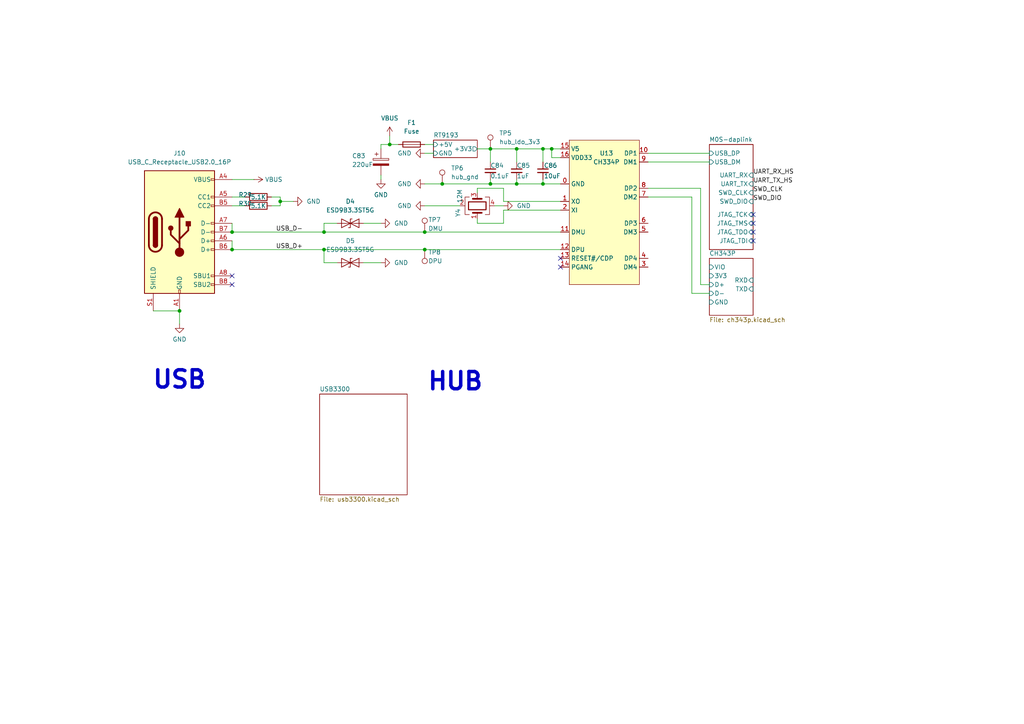
<source format=kicad_sch>
(kicad_sch (version 20231120) (generator "eeschema") (generator_version "8.0")
  (paper "A4")
  (lib_symbols
    (symbol "Connector:TestPoint" (pin_numbers hide) (pin_names (offset 0.762) hide)
      (property "Reference" "TP" (at 0 6.858 0))
      (property "Value" "TestPoint" (at 0 5.08 0))
      (symbol "TestPoint_0_1"
        (circle (center 0 3.302) (radius 0.762))
      )
      (symbol "TestPoint_1_1"
        (pin passive line (at 0 0 90) (length 2.54) (name "1") (number "1"))
      )
    )
    (symbol "Connector:USB_C_Receptacle_USB2.0_16P" (pin_names (offset 1.016))
      (property "Reference" "J" (at 0 22.225 0))
      (property "Value" "USB_C_Receptacle_USB2.0_16P" (at 0 19.685 0))
      (symbol "USB_C_Receptacle_USB2.0_16P_0_0"
        (rectangle (start -0.254 -17.78) (end 0.254 -16.764))
        (rectangle (start 10.16 -14.986) (end 9.144 -15.494))
        (rectangle (start 10.16 -12.446) (end 9.144 -12.954))
        (rectangle (start 10.16 -4.826) (end 9.144 -5.334))
        (rectangle (start 10.16 -2.286) (end 9.144 -2.794))
        (rectangle (start 10.16 0.254) (end 9.144 -0.254))
        (rectangle (start 10.16 2.794) (end 9.144 2.286))
        (rectangle (start 10.16 7.874) (end 9.144 7.366))
        (rectangle (start 10.16 10.414) (end 9.144 9.906))
        (rectangle (start 10.16 15.494) (end 9.144 14.986))
      )
      (symbol "USB_C_Receptacle_USB2.0_16P_0_1"
        (rectangle (start -10.16 17.78) (end 10.16 -17.78) (stroke (width 0.254)) (fill (type background)))
        (arc (start -8.89 -3.81) (mid -6.985 -5.7067) (end -5.08 -3.81) (stroke (width 0.508)))
        (arc (start -7.62 -3.81) (mid -6.985 -4.4423) (end -6.35 -3.81) (stroke (width 0.254)))
        (arc (start -7.62 -3.81) (mid -6.985 -4.4423) (end -6.35 -3.81) (stroke (width 0.254)) (fill (type outline)))
        (rectangle (start -7.62 -3.81) (end -6.35 3.81) (stroke (width 0.254)) (fill (type outline)))
        (arc (start -6.35 3.81) (mid -6.985 4.4423) (end -7.62 3.81) (stroke (width 0.254)))
        (arc (start -6.35 3.81) (mid -6.985 4.4423) (end -7.62 3.81) (stroke (width 0.254)) (fill (type outline)))
        (arc (start -5.08 3.81) (mid -6.985 5.7067) (end -8.89 3.81) (stroke (width 0.508)))
        (circle (center -2.54 1.143) (radius 0.635) (stroke (width 0.254)) (fill (type outline)))
        (circle (center 0 -5.842) (radius 1.27) (fill (type outline)))
        (polyline (pts (xy -8.89 -3.81) (xy -8.89 3.81)) (stroke (width 0.508)))
        (polyline (pts (xy -5.08 3.81) (xy -5.08 -3.81)) (stroke (width 0.508)))
        (polyline (pts (xy 0 -5.842) (xy 0 4.318)) (stroke (width 0.508)))
        (polyline (pts (xy 0 -3.302) (xy -2.54 -0.762) (xy -2.54 0.508)) (stroke (width 0.508)))
        (polyline (pts (xy 0 -2.032) (xy 2.54 0.508) (xy 2.54 1.778)) (stroke (width 0.508)))
        (polyline (pts (xy -1.27 4.318) (xy 0 6.858) (xy 1.27 4.318) (xy -1.27 4.318)) (stroke (width 0.254)) (fill (type outline)))
        (rectangle (start 1.905 1.778) (end 3.175 3.048) (stroke (width 0.254)) (fill (type outline)))
      )
      (symbol "USB_C_Receptacle_USB2.0_16P_1_1"
        (pin passive line (at 0 -22.86 90) (length 5.08) (name "GND") (number "A1"))
        (pin passive line (at 0 -22.86 90) (length 5.08) hide (name "GND") (number "A12"))
        (pin passive line (at 15.24 15.24 180) (length 5.08) (name "VBUS") (number "A4"))
        (pin bidirectional line (at 15.24 10.16 180) (length 5.08) (name "CC1") (number "A5"))
        (pin bidirectional line (at 15.24 -2.54 180) (length 5.08) (name "D+") (number "A6"))
        (pin bidirectional line (at 15.24 2.54 180) (length 5.08) (name "D-") (number "A7"))
        (pin bidirectional line (at 15.24 -12.7 180) (length 5.08) (name "SBU1") (number "A8"))
        (pin passive line (at 15.24 15.24 180) (length 5.08) hide (name "VBUS") (number "A9"))
        (pin passive line (at 0 -22.86 90) (length 5.08) hide (name "GND") (number "B1"))
        (pin passive line (at 0 -22.86 90) (length 5.08) hide (name "GND") (number "B12"))
        (pin passive line (at 15.24 15.24 180) (length 5.08) hide (name "VBUS") (number "B4"))
        (pin bidirectional line (at 15.24 7.62 180) (length 5.08) (name "CC2") (number "B5"))
        (pin bidirectional line (at 15.24 -5.08 180) (length 5.08) (name "D+") (number "B6"))
        (pin bidirectional line (at 15.24 0 180) (length 5.08) (name "D-") (number "B7"))
        (pin bidirectional line (at 15.24 -15.24 180) (length 5.08) (name "SBU2") (number "B8"))
        (pin passive line (at 15.24 15.24 180) (length 5.08) hide (name "VBUS") (number "B9"))
        (pin passive line (at -7.62 -22.86 90) (length 5.08) (name "SHIELD") (number "S1"))
      )
    )
    (symbol "Device:C_Polarized" (pin_numbers hide) (pin_names (offset 0.254))
      (property "Reference" "C" (at 0.635 2.54 0))
      (property "Value" "C_Polarized" (at 0.635 -2.54 0))
      (symbol "C_Polarized_0_1"
        (rectangle (start -2.286 0.508) (end 2.286 1.016))
        (polyline (pts (xy -1.778 2.286) (xy -0.762 2.286)))
        (polyline (pts (xy -1.27 2.794) (xy -1.27 1.778)))
        (rectangle (start 2.286 -0.508) (end -2.286 -1.016) (fill (type outline)))
      )
      (symbol "C_Polarized_1_1"
        (pin passive line (at 0 3.81 270) (length 2.794) (name "~") (number "1"))
        (pin passive line (at 0 -3.81 90) (length 2.794) (name "~") (number "2"))
      )
    )
    (symbol "Device:C_Small" (pin_numbers hide) (pin_names (offset 0.254) hide)
      (property "Reference" "C" (at 0.254 1.778 0))
      (property "Value" "C_Small" (at 0.254 -2.032 0))
      (symbol "C_Small_0_1"
        (polyline (pts (xy -1.524 -0.508) (xy 1.524 -0.508)) (stroke (width 0.3302)))
        (polyline (pts (xy -1.524 0.508) (xy 1.524 0.508)) (stroke (width 0.3048)))
      )
      (symbol "C_Small_1_1"
        (pin passive line (at 0 2.54 270) (length 2.032) (name "~") (number "1"))
        (pin passive line (at 0 -2.54 90) (length 2.032) (name "~") (number "2"))
      )
    )
    (symbol "Device:Crystal_GND24" (pin_names (offset 1.016) hide)
      (property "Reference" "Y" (at 3.175 5.08 0))
      (property "Value" "Crystal_GND24" (at 3.175 3.175 0))
      (symbol "Crystal_GND24_0_1"
        (rectangle (start -1.143 2.54) (end 1.143 -2.54) (stroke (width 0.3048)))
        (polyline (pts (xy -2.54 0) (xy -2.032 0)))
        (polyline (pts (xy -2.032 -1.27) (xy -2.032 1.27)) (stroke (width 0.508)))
        (polyline (pts (xy 0 -3.81) (xy 0 -3.556)))
        (polyline (pts (xy 0 3.556) (xy 0 3.81)))
        (polyline (pts (xy 2.032 -1.27) (xy 2.032 1.27)) (stroke (width 0.508)))
        (polyline (pts (xy 2.032 0) (xy 2.54 0)))
        (polyline (pts (xy -2.54 -2.286) (xy -2.54 -3.556) (xy 2.54 -3.556) (xy 2.54 -2.286)))
        (polyline (pts (xy -2.54 2.286) (xy -2.54 3.556) (xy 2.54 3.556) (xy 2.54 2.286)))
      )
      (symbol "Crystal_GND24_1_1"
        (pin passive line (at -3.81 0 0) (length 1.27) (name "1") (number "1"))
        (pin passive line (at 0 5.08 270) (length 1.27) (name "2") (number "2"))
        (pin passive line (at 3.81 0 180) (length 1.27) (name "3") (number "3"))
        (pin passive line (at 0 -5.08 90) (length 1.27) (name "4") (number "4"))
      )
    )
    (symbol "Device:Fuse" (pin_numbers hide) (pin_names (offset 0))
      (property "Reference" "F" (at 2.032 0 90))
      (property "Value" "Fuse" (at -1.905 0 90))
      (symbol "Fuse_0_1"
        (rectangle (start -0.762 -2.54) (end 0.762 2.54) (stroke (width 0.254)))
        (polyline (pts (xy 0 2.54) (xy 0 -2.54)))
      )
      (symbol "Fuse_1_1"
        (pin passive line (at 0 3.81 270) (length 1.27) (name "~") (number "1"))
        (pin passive line (at 0 -3.81 90) (length 1.27) (name "~") (number "2"))
      )
    )
    (symbol "Device:R" (pin_numbers hide) (pin_names (offset 0))
      (property "Reference" "R" (at 2.032 0 90))
      (property "Value" "R" (at 0 0 90))
      (symbol "R_0_1"
        (rectangle (start -1.016 -2.54) (end 1.016 2.54) (stroke (width 0.254)))
      )
      (symbol "R_1_1"
        (pin passive line (at 0 3.81 270) (length 1.27) (name "~") (number "1"))
        (pin passive line (at 0 -3.81 90) (length 1.27) (name "~") (number "2"))
      )
    )
    (symbol "Diode:ESD9B3.3ST5G" (pin_numbers hide) (pin_names (offset 1.016) hide)
      (property "Reference" "D" (at 0 2.54 0))
      (property "Value" "ESD9B3.3ST5G" (at 0 -2.54 0))
      (symbol "ESD9B3.3ST5G_0_1"
        (polyline (pts (xy 1.27 0) (xy -1.27 0)))
        (polyline (pts (xy -2.54 -1.27) (xy 0 0) (xy -2.54 1.27) (xy -2.54 -1.27)) (stroke (width 0.2032)))
        (polyline (pts (xy 0.508 1.27) (xy 0 1.27) (xy 0 -1.27) (xy -0.508 -1.27)) (stroke (width 0.2032)))
        (polyline (pts (xy 2.54 1.27) (xy 2.54 -1.27) (xy 0 0) (xy 2.54 1.27)) (stroke (width 0.2032)))
      )
      (symbol "ESD9B3.3ST5G_1_1"
        (pin passive line (at -3.81 0 0) (length 2.54) (name "A1") (number "1"))
        (pin passive line (at 3.81 0 180) (length 2.54) (name "A2") (number "2"))
      )
    )
    (symbol "PCM_4ms_Power-symbol:GND" (power) (pin_names (offset 0))
      (property "Value" "GND" (at 0 -3.81 0))
      (symbol "GND_0_1"
        (polyline (pts (xy 0 0) (xy 0 -1.27) (xy 1.27 -1.27) (xy 0 -2.54) (xy -1.27 -1.27) (xy 0 -1.27)))
      )
      (symbol "GND_1_1"
        (pin power_in line (at 0 0 270) (length 0) hide (name "GND") (number "1"))
      )
    )
    (symbol "my_chips:CH334P"
      (property "Reference" "U" (at -1.27 16.51 0))
      (property "Value" "CH334P" (at -0.762 12.954 0))
      (symbol "CH334P_0_1"
        (rectangle (start -10.16 20.32) (end 10.16 -21.59) (fill (type background)))
      )
      (symbol "CH334P_1_1"
        (pin input line (at -12.7 7.62 0) (length 2.54) (name "GND") (number "0"))
        (pin input line (at -12.7 2.54 0) (length 2.54) (name "XO") (number "1"))
        (pin input line (at 12.7 16.51 180) (length 2.54) (name "DP1") (number "10"))
        (pin input line (at -12.7 -6.35 0) (length 2.54) (name "DMU") (number "11"))
        (pin input line (at -12.7 -11.43 0) (length 2.54) (name "DPU") (number "12"))
        (pin input line (at -12.7 -13.97 0) (length 2.54) (name "RESET#/CDP") (number "13"))
        (pin input line (at -12.7 -16.51 0) (length 2.54) (name "PGANG") (number "14"))
        (pin input line (at -12.7 17.78 0) (length 2.54) (name "V5") (number "15"))
        (pin input line (at -12.7 15.24 0) (length 2.54) (name "VDD33") (number "16"))
        (pin input line (at -12.7 0 0) (length 2.54) (name "XI") (number "2"))
        (pin input line (at 12.7 -16.51 180) (length 2.54) (name "DM4") (number "3"))
        (pin input line (at 12.7 -13.97 180) (length 2.54) (name "DP4") (number "4"))
        (pin input line (at 12.7 -6.35 180) (length 2.54) (name "DM3") (number "5"))
        (pin input line (at 12.7 -3.81 180) (length 2.54) (name "DP3") (number "6"))
        (pin input line (at 12.7 3.81 180) (length 2.54) (name "DM2") (number "7"))
        (pin input line (at 12.7 6.35 180) (length 2.54) (name "DP2") (number "8"))
        (pin input line (at 12.7 13.97 180) (length 2.54) (name "DM1") (number "9"))
      )
    )
    (symbol "power:VBUS" (power) (pin_numbers hide) (pin_names (offset 0) hide)
      (property "Value" "VBUS" (at 0 3.556 0))
      (symbol "VBUS_0_1"
        (polyline (pts (xy -0.762 1.27) (xy 0 2.54)))
        (polyline (pts (xy 0 0) (xy 0 2.54)))
        (polyline (pts (xy 0 2.54) (xy 0.762 1.27)))
      )
      (symbol "VBUS_1_1"
        (pin power_in line (at 0 0 90) (length 0) (name "~") (number "1"))
      )
    )
  )
  (junction (at 160.02 43.18))
  (junction (at 157.48 53.34))
  (junction (at 142.24 53.34))
  (junction (at 123.19 67.31))
  (junction (at 149.86 53.34))
  (junction (at 67.31 67.31))
  (junction (at 52.07 90.17))
  (junction (at 93.98 67.31))
  (junction (at 113.03 41.91))
  (junction (at 123.19 72.39))
  (junction (at 157.48 43.18))
  (junction (at 149.86 43.18))
  (junction (at 81.28 58.42))
  (junction (at 142.24 43.18))
  (junction (at 128.27 53.34))
  (junction (at 67.31 72.39))
  (junction (at 93.98 72.39))
  (no_connect (at 218.44 62.23))
  (no_connect (at 218.44 67.31))
  (no_connect (at 162.56 74.93))
  (no_connect (at 218.44 64.77))
  (no_connect (at 67.31 80.01))
  (no_connect (at 218.44 69.85))
  (no_connect (at 162.56 77.47))
  (no_connect (at 67.31 82.55))
  (wire (pts (xy 81.28 57.15) (xy 81.28 58.42)))
  (wire (pts (xy 123.19 53.34) (xy 128.27 53.34)))
  (wire (pts (xy 187.96 46.99) (xy 205.74 46.99)))
  (wire (pts (xy 142.24 43.18) (xy 142.24 46.99)))
  (wire (pts (xy 146.05 60.96) (xy 146.05 64.77)))
  (wire (pts (xy 149.86 53.34) (xy 157.48 53.34)))
  (wire (pts (xy 138.43 54.61) (xy 138.43 55.88)))
  (wire (pts (xy 93.98 67.31) (xy 123.19 67.31)))
  (wire (pts (xy 81.28 58.42) (xy 85.09 58.42)))
  (wire (pts (xy 52.07 90.17) (xy 52.07 93.98)))
  (wire (pts (xy 67.31 59.69) (xy 71.12 59.69)))
  (wire (pts (xy 149.86 52.07) (xy 149.86 53.34)))
  (wire (pts (xy 146.05 64.77) (xy 138.43 64.77)))
  (wire (pts (xy 73.66 52.07) (xy 67.31 52.07)))
  (wire (pts (xy 157.48 53.34) (xy 162.56 53.34)))
  (wire (pts (xy 93.98 72.39) (xy 123.19 72.39)))
  (wire (pts (xy 200.66 57.15) (xy 200.66 85.09)))
  (wire (pts (xy 146.05 58.42) (xy 146.05 54.61)))
  (wire (pts (xy 97.79 64.77) (xy 93.98 64.77)))
  (wire (pts (xy 187.96 54.61) (xy 203.2 54.61)))
  (wire (pts (xy 138.43 43.18) (xy 142.24 43.18)))
  (wire (pts (xy 110.49 50.8) (xy 110.49 52.07)))
  (wire (pts (xy 67.31 57.15) (xy 71.12 57.15)))
  (wire (pts (xy 160.02 45.72) (xy 160.02 43.18)))
  (wire (pts (xy 93.98 64.77) (xy 93.98 67.31)))
  (wire (pts (xy 157.48 52.07) (xy 157.48 53.34)))
  (wire (pts (xy 162.56 45.72) (xy 160.02 45.72)))
  (wire (pts (xy 78.74 57.15) (xy 81.28 57.15)))
  (wire (pts (xy 123.19 72.39) (xy 162.56 72.39)))
  (wire (pts (xy 123.19 59.69) (xy 133.35 59.69)))
  (wire (pts (xy 128.27 53.34) (xy 142.24 53.34)))
  (wire (pts (xy 162.56 60.96) (xy 146.05 60.96)))
  (wire (pts (xy 203.2 82.55) (xy 205.74 82.55)))
  (wire (pts (xy 110.49 41.91) (xy 113.03 41.91)))
  (wire (pts (xy 97.79 76.2) (xy 93.98 76.2)))
  (wire (pts (xy 105.41 76.2) (xy 110.49 76.2)))
  (wire (pts (xy 105.41 64.77) (xy 110.49 64.77)))
  (wire (pts (xy 142.24 52.07) (xy 142.24 53.34)))
  (wire (pts (xy 67.31 72.39) (xy 93.98 72.39)))
  (wire (pts (xy 93.98 76.2) (xy 93.98 72.39)))
  (wire (pts (xy 110.49 43.18) (xy 110.49 41.91)))
  (wire (pts (xy 123.19 44.45) (xy 125.73 44.45)))
  (wire (pts (xy 142.24 53.34) (xy 149.86 53.34)))
  (wire (pts (xy 123.19 41.91) (xy 125.73 41.91)))
  (wire (pts (xy 149.86 43.18) (xy 157.48 43.18)))
  (wire (pts (xy 187.96 57.15) (xy 200.66 57.15)))
  (wire (pts (xy 113.03 41.91) (xy 115.57 41.91)))
  (wire (pts (xy 162.56 58.42) (xy 146.05 58.42)))
  (wire (pts (xy 142.24 43.18) (xy 149.86 43.18)))
  (wire (pts (xy 200.66 85.09) (xy 205.74 85.09)))
  (wire (pts (xy 157.48 43.18) (xy 157.48 46.99)))
  (wire (pts (xy 44.45 90.17) (xy 52.07 90.17)))
  (wire (pts (xy 81.28 58.42) (xy 81.28 59.69)))
  (wire (pts (xy 123.19 67.31) (xy 162.56 67.31)))
  (wire (pts (xy 203.2 54.61) (xy 203.2 82.55)))
  (wire (pts (xy 113.03 39.37) (xy 113.03 41.91)))
  (wire (pts (xy 67.31 69.85) (xy 67.31 72.39)))
  (wire (pts (xy 160.02 43.18) (xy 162.56 43.18)))
  (wire (pts (xy 138.43 64.77) (xy 138.43 63.5)))
  (wire (pts (xy 149.86 43.18) (xy 149.86 46.99)))
  (wire (pts (xy 78.74 59.69) (xy 81.28 59.69)))
  (wire (pts (xy 67.31 67.31) (xy 93.98 67.31)))
  (wire (pts (xy 157.48 43.18) (xy 160.02 43.18)))
  (wire (pts (xy 187.96 44.45) (xy 205.74 44.45)))
  (wire (pts (xy 67.31 64.77) (xy 67.31 67.31)))
  (wire (pts (xy 146.05 54.61) (xy 138.43 54.61)))
  (wire (pts (xy 143.51 59.69) (xy 146.05 59.69)))
  (text "USB" (at 52.07 110.236 0) (effects (font (size 5 5) (thickness 1) (bold yes))))
  (text "HUB" (at 132.08 110.744 0) (effects (font (size 5 5) (thickness 1) (bold yes))))
  (label "UART_RX_HS" (at 218.44 50.8 0))
  (label "USB_D+" (at 80.01 72.39 0))
  (label "UART_TX_HS" (at 218.44 53.34 0))
  (label "USB_D-" (at 80.01 67.31 0))
  (label "SWD_CLK" (at 218.44 55.88 0))
  (label "SWD_DIO" (at 218.44 58.42 0))
  (symbol (lib_id "Device:C_Polarized") (at 110.49 46.99 0) (unit 1)
    (property "Reference" "C83" (at 102.108 45.212 0) (effects (justify left)))
    (property "Value" "220uF" (at 102.108 47.752 0) (effects (justify left)))
    (property "Description" "Polarized capacitor" (effects (hide yes)))
  )
  (symbol (lib_id "Device:C_Small") (at 142.24 49.53 0) (unit 1)
    (property "Reference" "C84" (at 142.24 48.006 0) (effects (justify left)))
    (property "Value" "0.1uF" (at 142.24 51.054 0) (effects (justify left)))
    (property "Description" "Unpolarized capacitor, small symbol" (effects (hide yes)))
  )
  (symbol (lib_id "Diode:ESD9B3.3ST5G") (at 101.6 76.2 180) (unit 1)
    (property "Reference" "D5" (at 101.6 69.85 0))
    (property "Value" "ESD9B3.3ST5G" (at 101.6 72.39 0))
    (property "Footprint" "Diode_SMD:D_SOD-923" (effects (hide yes)))
    (property "Datasheet" "https://www.onsemi.com/pub/Collateral/ESD9B-D.PDF" (effects (hide yes)))
    (property "Description" "ESD protection diode, 3.3Vrwm, SOD-923" (effects (hide yes)))
  )
  (symbol (lib_id "Device:R") (at 74.93 59.69 270) (unit 1)
    (property "Reference" "R30" (at 71.12 59.055 90))
    (property "Value" "5.1K" (at 74.93 59.69 90))
    (property "Footprint" "Resistor_SMD:R_0603_1608Metric" (effects (hide yes)))
    (property "Description" "Resistor" (effects (hide yes)))
  )
  (symbol (lib_id "Connector:TestPoint") (at 128.27 53.34 0) (unit 1)
    (property "Reference" "TP6" (at 130.81 48.7679 0) (effects (justify left)))
    (property "Value" "hub_gnd" (at 130.81 51.3079 0) (effects (justify left)))
    (property "Footprint" "TestPoint:TestPoint_Pad_D1.0mm" (effects (hide yes)))
    (property "Description" "test point" (effects (hide yes)))
  )
  (symbol (lib_id "PCM_4ms_Power-symbol:GND") (at 110.49 52.07 0) (unit 1)
    (property "Reference" "#PWR0117" (effects (hide yes)))
    (property "Value" "GND" (at 110.49 56.515 0))
  )
  (symbol (lib_id "Connector:TestPoint") (at 123.19 67.31 0) (unit 1)
    (property "Reference" "TP7" (at 124.206 63.754 0) (effects (justify left)))
    (property "Value" "DMU" (at 124.206 66.294 0) (effects (justify left)))
    (property "Footprint" "TestPoint:TestPoint_Pad_D1.0mm" (effects (hide yes)))
    (property "Description" "test point" (effects (hide yes)))
  )
  (symbol (lib_id "my_chips:CH334P") (at 175.26 60.96 0) (unit 1)
    (property "Reference" "U13" (at 175.895 44.45 0))
    (property "Value" "CH334P" (at 175.895 46.99 0))
    (property "Footprint" "Package_DFN_QFN:QFN-16-1EP_3x3mm_P0.5mm_EP1.7x1.7mm_ThermalVias" (effects (hide yes)))
    (property "Datasheet" "https://www.wch.cn/products/CH334.html" (effects (hide yes)))
    (property "Description" "CH334 和CH335 是符合 USB2.0 协议规范的4 端口 USB HUB 控制器芯片，上行端口支持 USB2.0高速和全速，下行端口支持 USB2.0 高速480Mbps、全速 12Mbps 和低速1.5Mbps。不但支持低成本的的 STT 模式（单个TT分时调度4个下行端口），还支持高性能的 MTT 模式 （4个TT各对应1个端口，并发处理）。  " (effects (hide yes)))
  )
  (symbol (lib_id "power:VBUS") (at 73.66 52.07 270) (unit 1)
    (property "Reference" "#PWR0116" (effects (hide yes)))
    (property "Value" "VBUS" (at 76.835 52.0699 90) (effects (justify left)))
    (property "Description" "Power symbol creates a global label with name \"VBUS\"" (effects (hide yes)))
  )
  (symbol (lib_id "Diode:ESD9B3.3ST5G") (at 101.6 64.77 180) (unit 1)
    (property "Reference" "D4" (at 101.6 58.42 0))
    (property "Value" "ESD9B3.3ST5G" (at 101.6 60.96 0))
    (property "Footprint" "Diode_SMD:D_SOD-923" (effects (hide yes)))
    (property "Datasheet" "https://www.onsemi.com/pub/Collateral/ESD9B-D.PDF" (effects (hide yes)))
    (property "Description" "ESD protection diode, 3.3Vrwm, SOD-923" (effects (hide yes)))
  )
  (symbol (lib_id "PCM_4ms_Power-symbol:GND") (at 146.05 59.69 90) (unit 1)
    (property "Reference" "#PWR0121" (effects (hide yes)))
    (property "Value" "GND" (at 149.86 59.6899 90) (effects (justify right)))
  )
  (symbol (lib_id "Device:Crystal_GND24") (at 138.43 59.69 90) (unit 1)
    (property "Reference" "Y4" (at 132.842 61.722 0))
    (property "Value" "12M" (at 133.35 56.896 0))
    (property "Footprint" "Crystal:Crystal_SMD_2016-4Pin_2.0x1.6mm" (effects (hide yes)))
    (property "Description" "Four pin crystal, GND on pins 2 and 4" (effects (hide yes)))
  )
  (symbol (lib_id "PCM_4ms_Power-symbol:GND") (at 123.19 53.34 270) (unit 1)
    (property "Reference" "#PWR0118" (effects (hide yes)))
    (property "Value" "GND" (at 119.38 53.3399 90) (effects (justify right)))
  )
  (symbol (lib_id "PCM_4ms_Power-symbol:GND") (at 110.49 64.77 90) (unit 1)
    (property "Reference" "#PWR0122" (effects (hide yes)))
    (property "Value" "GND" (at 114.3 64.7699 90) (effects (justify right)))
  )
  (symbol (lib_id "Device:Fuse") (at 119.38 41.91 90) (unit 1)
    (property "Reference" "F1" (at 119.38 35.56 90))
    (property "Value" "Fuse" (at 119.38 38.1 90))
    (property "Description" "Fuse" (effects (hide yes)))
  )
  (symbol (lib_id "Device:R") (at 74.93 57.15 270) (unit 1)
    (property "Reference" "R29" (at 71.12 56.515 90))
    (property "Value" "5.1K" (at 74.93 57.15 90))
    (property "Footprint" "Resistor_SMD:R_0603_1608Metric" (effects (hide yes)))
    (property "Description" "Resistor" (effects (hide yes)))
  )
  (symbol (lib_id "PCM_4ms_Power-symbol:GND") (at 85.09 58.42 90) (unit 1)
    (property "Reference" "#PWR0119" (effects (hide yes)))
    (property "Value" "GND" (at 88.9 58.4199 90) (effects (justify right)))
  )
  (symbol (lib_id "power:VBUS") (at 113.03 39.37 0) (unit 1)
    (property "Reference" "#PWR0114" (effects (hide yes)))
    (property "Value" "VBUS" (at 113.03 34.29 0))
    (property "Description" "Power symbol creates a global label with name \"VBUS\"" (effects (hide yes)))
  )
  (symbol (lib_id "Connector:USB_C_Receptacle_USB2.0_16P") (at 52.07 67.31 0) (unit 1)
    (property "Reference" "J10" (at 52.07 44.45 0))
    (property "Value" "USB_C_Receptacle_USB2.0_16P" (at 52.07 46.99 0))
    (property "Footprint" "Connector_USB:USB_C_Receptacle_G-Switch_GT-USB-7010ASV" (effects (hide yes)))
    (property "Datasheet" "https://www.usb.org/sites/default/files/documents/usb_type-c.zip" (effects (hide yes)))
    (property "Description" "USB 2.0-only 16P Type-C Receptacle connector" (effects (hide yes)))
  )
  (symbol (lib_id "Connector:TestPoint") (at 123.19 72.39 180) (unit 1)
    (property "Reference" "TP8" (at 124.206 73.152 0) (effects (justify right)))
    (property "Value" "DPU" (at 124.206 75.692 0) (effects (justify right)))
    (property "Footprint" "TestPoint:TestPoint_Pad_D1.0mm" (effects (hide yes)))
    (property "Description" "test point" (effects (hide yes)))
  )
  (symbol (lib_id "PCM_4ms_Power-symbol:GND") (at 52.07 93.98 0) (unit 1)
    (property "Reference" "#PWR0124" (effects (hide yes)))
    (property "Value" "GND" (at 52.07 98.425 0))
  )
  (symbol (lib_id "Device:C_Small") (at 149.86 49.53 0) (unit 1)
    (property "Reference" "C85" (at 149.86 48.006 0) (effects (justify left)))
    (property "Value" "1uF" (at 149.86 51.054 0) (effects (justify left)))
    (property "Description" "Unpolarized capacitor, small symbol" (effects (hide yes)))
  )
  (symbol (lib_id "Connector:TestPoint") (at 142.24 43.18 0) (unit 1)
    (property "Reference" "TP5" (at 144.78 38.6079 0) (effects (justify left)))
    (property "Value" "hub_ldo_3v3" (at 144.78 41.1479 0) (effects (justify left)))
    (property "Footprint" "TestPoint:TestPoint_Pad_D1.0mm" (effects (hide yes)))
    (property "Description" "test point" (effects (hide yes)))
  )
  (symbol (lib_id "Device:C_Small") (at 157.48 49.53 0) (unit 1)
    (property "Reference" "C86" (at 157.734 48.006 0) (effects (justify left)))
    (property "Value" "10uF" (at 157.734 51.054 0) (effects (justify left)))
    (property "Description" "Unpolarized capacitor, small symbol" (effects (hide yes)))
  )
  (symbol (lib_id "PCM_4ms_Power-symbol:GND") (at 123.19 44.45 270) (unit 1)
    (property "Reference" "#PWR0115" (effects (hide yes)))
    (property "Value" "GND" (at 119.38 44.4499 90) (effects (justify right)))
  )
  (symbol (lib_id "PCM_4ms_Power-symbol:GND") (at 110.49 76.2 90) (unit 1)
    (property "Reference" "#PWR0123" (effects (hide yes)))
    (property "Value" "GND" (at 114.3 76.1999 90) (effects (justify right)))
  )
  (symbol (lib_id "PCM_4ms_Power-symbol:GND") (at 123.19 59.69 270) (unit 1)
    (property "Reference" "#PWR0120" (effects (hide yes)))
    (property "Value" "GND" (at 119.38 59.6899 90) (effects (justify right)))
  )
  (sheet (at 205.74 74.93) (size 12.7 16.51) (stroke (width 0.1524))
    (property "Sheetname" "CH343P" (at 205.74 74.2184 0) (effects (justify left bottom)))
    (property "Sheetfile" "ch343p.kicad_sch" (at 205.74 92.0246 0) (effects (justify left top)))
    (pin "3V3" input (at 205.74 80.01 180))
    (pin "D-" input (at 205.74 85.09 180))
    (pin "D+" input (at 205.74 82.55 180))
    (pin "VIO" input (at 205.74 77.47 180))
    (pin "GND" input (at 205.74 87.63 180))
    (pin "RXD" input (at 218.44 81.28 0))
    (pin "TXD" input (at 218.44 83.82 0))
  )
  (sheet (at 92.71 114.3) (size 25.4 29.21) (stroke (width 0.1524))
    (property "Sheetname" "USB3300" (at 92.71 113.5884 0) (effects (justify left bottom)))
    (property "Sheetfile" "usb3300.kicad_sch" (at 92.71 144.0946 0) (effects (justify left top)))
  )
  (sheet (at 205.74 41.91) (size 12.7 30.48) (stroke (width 0.1524))
    (property "Sheetname" "M0S-daplink" (at 205.74 41.1984 0) (effects (justify left bottom)))
    (property "Sheetfile" "M0S-daplink.kicad_sch" (effects (hide yes)))
    (pin "USB_DM" input (at 205.74 46.99 180))
    (pin "USB_DP" input (at 205.74 44.45 180))
    (pin "JTAG_TDO" input (at 218.44 67.31 0))
    (pin "SWD_CLK" input (at 218.44 55.88 0))
    (pin "UART_RX" input (at 218.44 50.8 0))
    (pin "JTAG_TCK" input (at 218.44 62.23 0))
    (pin "UART_TX" input (at 218.44 53.34 0))
    (pin "SWD_DIO" input (at 218.44 58.42 0))
    (pin "JTAG_TDI" input (at 218.44 69.85 0))
    (pin "JTAG_TMS" input (at 218.44 64.77 0))
  )
  (sheet (at 125.73 40.64) (size 12.7 5.08) (stroke (width 0.1524))
    (property "Sheetname" "RT9193" (at 125.73 39.9284 0) (effects (justify left bottom)))
    (property "Sheetfile" "rt9193-33GB.kicad_sch" (effects (hide yes)))
    (pin "GND" input (at 125.73 44.45 180))
    (pin "+5V" input (at 125.73 41.91 180))
    (pin "+3V3" output (at 138.43 43.18 0))
  )
)
</source>
